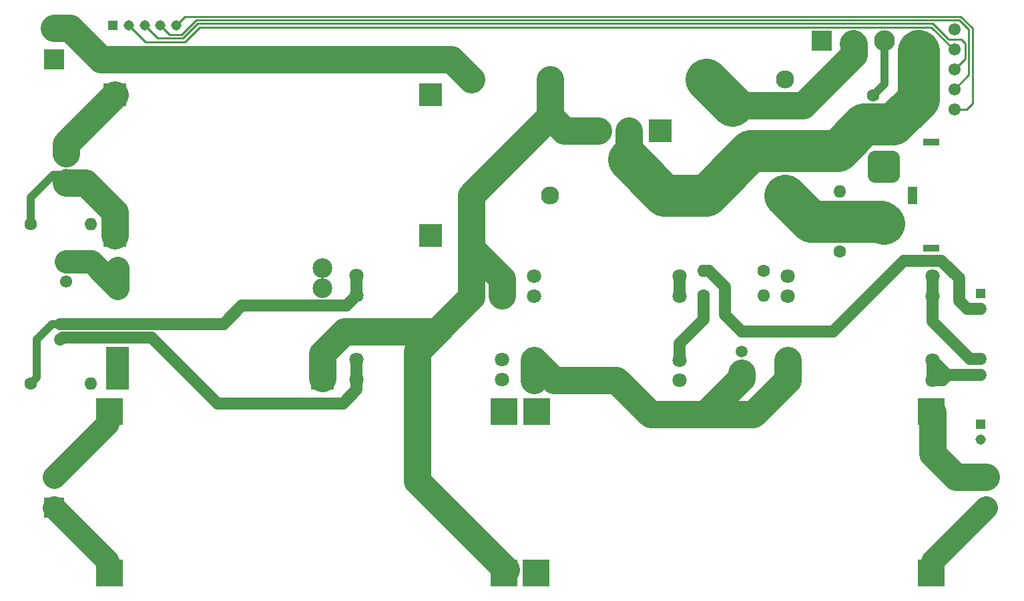
<source format=gbr>
%TF.GenerationSoftware,KiCad,Pcbnew,7.0.11-7.0.11~ubuntu22.04.1*%
%TF.CreationDate,2024-10-25T19:20:44+02:00*%
%TF.ProjectId,PowerBoard-Elec,506f7765-7242-46f6-9172-642d456c6563,rev?*%
%TF.SameCoordinates,Original*%
%TF.FileFunction,Copper,L2,Bot*%
%TF.FilePolarity,Positive*%
%FSLAX46Y46*%
G04 Gerber Fmt 4.6, Leading zero omitted, Abs format (unit mm)*
G04 Created by KiCad (PCBNEW 7.0.11-7.0.11~ubuntu22.04.1) date 2024-10-25 19:20:44*
%MOMM*%
%LPD*%
G01*
G04 APERTURE LIST*
G04 Aperture macros list*
%AMRoundRect*
0 Rectangle with rounded corners*
0 $1 Rounding radius*
0 $2 $3 $4 $5 $6 $7 $8 $9 X,Y pos of 4 corners*
0 Add a 4 corners polygon primitive as box body*
4,1,4,$2,$3,$4,$5,$6,$7,$8,$9,$2,$3,0*
0 Add four circle primitives for the rounded corners*
1,1,$1+$1,$2,$3*
1,1,$1+$1,$4,$5*
1,1,$1+$1,$6,$7*
1,1,$1+$1,$8,$9*
0 Add four rect primitives between the rounded corners*
20,1,$1+$1,$2,$3,$4,$5,0*
20,1,$1+$1,$4,$5,$6,$7,0*
20,1,$1+$1,$6,$7,$8,$9,0*
20,1,$1+$1,$8,$9,$2,$3,0*%
G04 Aperture macros list end*
%TA.AperFunction,ComponentPad*%
%ADD10C,2.300000*%
%TD*%
%TA.AperFunction,ComponentPad*%
%ADD11R,3.000000X3.000000*%
%TD*%
%TA.AperFunction,ComponentPad*%
%ADD12C,3.000000*%
%TD*%
%TA.AperFunction,ComponentPad*%
%ADD13C,1.800000*%
%TD*%
%TA.AperFunction,ComponentPad*%
%ADD14R,1.500000X1.500000*%
%TD*%
%TA.AperFunction,ComponentPad*%
%ADD15C,1.500000*%
%TD*%
%TA.AperFunction,ComponentPad*%
%ADD16R,3.450000X3.480000*%
%TD*%
%TA.AperFunction,ComponentPad*%
%ADD17R,3.430000X3.450000*%
%TD*%
%TA.AperFunction,ComponentPad*%
%ADD18R,3.440000X3.440000*%
%TD*%
%TA.AperFunction,ComponentPad*%
%ADD19R,3.430000X3.410000*%
%TD*%
%TA.AperFunction,ComponentPad*%
%ADD20C,1.600000*%
%TD*%
%TA.AperFunction,ComponentPad*%
%ADD21O,1.600000X1.600000*%
%TD*%
%TA.AperFunction,ComponentPad*%
%ADD22R,1.308000X1.308000*%
%TD*%
%TA.AperFunction,ComponentPad*%
%ADD23C,1.308000*%
%TD*%
%TA.AperFunction,ComponentPad*%
%ADD24C,1.549400*%
%TD*%
%TA.AperFunction,ComponentPad*%
%ADD25R,2.550000X2.550000*%
%TD*%
%TA.AperFunction,ComponentPad*%
%ADD26C,2.550000*%
%TD*%
%TA.AperFunction,ComponentPad*%
%ADD27R,2.640000X2.640000*%
%TD*%
%TA.AperFunction,ComponentPad*%
%ADD28C,2.640000*%
%TD*%
%TA.AperFunction,ComponentPad*%
%ADD29R,2.000000X0.900000*%
%TD*%
%TA.AperFunction,ComponentPad*%
%ADD30RoundRect,1.025000X-1.025000X1.025000X-1.025000X-1.025000X1.025000X-1.025000X1.025000X1.025000X0*%
%TD*%
%TA.AperFunction,ComponentPad*%
%ADD31C,4.100000*%
%TD*%
%TA.AperFunction,ComponentPad*%
%ADD32R,1.300000X2.300000*%
%TD*%
%TA.AperFunction,ComponentPad*%
%ADD33C,2.500000*%
%TD*%
%TA.AperFunction,Conductor*%
%ADD34C,3.500000*%
%TD*%
%TA.AperFunction,Conductor*%
%ADD35C,1.000000*%
%TD*%
%TA.AperFunction,Conductor*%
%ADD36C,5.300000*%
%TD*%
%TA.AperFunction,Conductor*%
%ADD37C,0.250000*%
%TD*%
%TA.AperFunction,Conductor*%
%ADD38C,3.000000*%
%TD*%
%TA.AperFunction,Conductor*%
%ADD39C,1.500000*%
%TD*%
G04 APERTURE END LIST*
D10*
%TO.P,F7,1*%
%TO.N,Net-(U4-IN+)*%
X84382652Y-39850000D03*
%TO.P,F7,2*%
%TO.N,V_BAU*%
X74382652Y-39850000D03*
%TD*%
D11*
%TO.P,J6,1,1*%
%TO.N,GND*%
X98350000Y-31642500D03*
D12*
%TO.P,J6,2,2*%
%TO.N,V_BAT*%
X94390000Y-31642500D03*
%TO.P,J6,3,3*%
%TO.N,V_BAU*%
X90430000Y-31642500D03*
%TD*%
D13*
%TO.P,U14,1,IN+*%
%TO.N,V_BAU*%
X78284652Y-52616465D03*
X78284652Y-50081465D03*
%TO.P,U14,2,IN-*%
%TO.N,GND*%
X78284652Y-63291465D03*
X78284652Y-60751465D03*
%TO.P,U14,3,OUT+*%
%TO.N,Net-(U14-OUT+)*%
X59834652Y-52621465D03*
X59833652Y-50081465D03*
%TO.P,U14,4,OUT-*%
%TO.N,Net-(U14-OUT-)*%
X59834652Y-60751465D03*
X59832652Y-63291465D03*
%TD*%
D14*
%TO.P,PS1,1,IN*%
%TO.N,V_LOGIQUE*%
X108652652Y-62214999D03*
D15*
%TO.P,PS1,2,COM/GND*%
%TO.N,GND*%
X108652652Y-59674999D03*
%TO.P,PS1,3,OUT*%
%TO.N,Net-(PS1-OUT)*%
X108652652Y-57134999D03*
%TD*%
D16*
%TO.P,U3,1,IN+*%
%TO.N,Net-(U3-IN+)*%
X82637718Y-67329797D03*
D17*
%TO.P,U3,2,IN-*%
%TO.N,GND*%
X82617718Y-87824797D03*
D18*
%TO.P,U3,3,OUT+*%
%TO.N,Net-(U3-OUT+)*%
X132712718Y-67319797D03*
D19*
%TO.P,U3,4,OUT-*%
%TO.N,Net-(U3-OUT-)*%
X132707718Y-87814797D03*
%TD*%
D20*
%TO.P,R7,1*%
%TO.N,Net-(J2-Pad3)*%
X125310000Y-27220000D03*
D21*
%TO.P,R7,2*%
%TO.N,V_LOGIQUE*%
X117690000Y-27220000D03*
%TD*%
D10*
%TO.P,F8,1*%
%TO.N,Net-(J1-+)*%
X114140000Y-39850000D03*
%TO.P,F8,2*%
%TO.N,V_BAT*%
X104140000Y-39850000D03*
%TD*%
D20*
%TO.P,R3,1*%
%TO.N,Net-(U1-OUT+)*%
X121132652Y-46970000D03*
D21*
%TO.P,R3,2*%
%TO.N,Net-(Switch3-A)*%
X121132652Y-39350000D03*
%TD*%
D22*
%TO.P,U16,1,1*%
%TO.N,Net-(U1-OUT-)*%
X138965152Y-60645202D03*
D23*
%TO.P,U16,2,2*%
%TO.N,Net-(U1-OUT+)*%
X138965152Y-62645202D03*
%TD*%
D24*
%TO.P,U7,1,1*%
%TO.N,GND*%
X135646920Y-18808000D03*
%TO.P,U7,2,2*%
%TO.N,S1*%
X135646920Y-21348000D03*
%TO.P,U7,3,3*%
%TO.N,S2*%
X135646920Y-23888000D03*
%TO.P,U7,4,4*%
%TO.N,S3*%
X135646920Y-26430000D03*
%TO.P,U7,5,5*%
%TO.N,S4*%
X135646920Y-28968000D03*
%TD*%
D20*
%TO.P,R5,1*%
%TO.N,Net-(U4-OUT+)*%
X18491652Y-43550000D03*
D21*
%TO.P,R5,2*%
%TO.N,Net-(Switch2-A)*%
X26111652Y-43550000D03*
%TD*%
D20*
%TO.P,R1,1*%
%TO.N,Net-(Switch1-A)*%
X111462652Y-49420000D03*
D21*
%TO.P,R1,2*%
%TO.N,Net-(PS1-OUT)*%
X103842652Y-49420000D03*
%TD*%
D20*
%TO.P,R2,1*%
%TO.N,Net-(U9-OUT+)*%
X103842652Y-52580000D03*
D21*
%TO.P,R2,2*%
%TO.N,Net-(Switch7-A)*%
X111462652Y-52580000D03*
%TD*%
D13*
%TO.P,U9,1,IN+*%
%TO.N,V_LOGIQUE*%
X82352652Y-60783805D03*
X82352652Y-63318805D03*
%TO.P,U9,2,IN-*%
%TO.N,GND*%
X82352652Y-50108805D03*
X82352652Y-52648805D03*
%TO.P,U9,3,OUT+*%
%TO.N,Net-(U9-OUT+)*%
X100802652Y-60778805D03*
X100803652Y-63318805D03*
%TO.P,U9,4,OUT-*%
%TO.N,Net-(U9-OUT-)*%
X100802652Y-52648805D03*
X100804652Y-50108805D03*
%TD*%
D10*
%TO.P,F2,1*%
%TO.N,Net-(U3-IN+)*%
X114140000Y-25140000D03*
%TO.P,F2,2*%
%TO.N,V_LOGIQUE*%
X104140000Y-25140000D03*
%TD*%
D25*
%TO.P,U12,1,1*%
%TO.N,Net-(U3-OUT+)*%
X139665152Y-75589898D03*
D26*
%TO.P,U12,2,2*%
%TO.N,Net-(U3-OUT-)*%
X139665152Y-79549898D03*
%TD*%
D25*
%TO.P,U13,1,1*%
%TO.N,Net-(U10-OUT+)*%
X21491152Y-79549898D03*
D26*
%TO.P,U13,2,2*%
%TO.N,Net-(U10-OUT-)*%
X21491152Y-75589898D03*
%TD*%
D27*
%TO.P,J2,1,1*%
%TO.N,GND*%
X118840000Y-20281000D03*
D28*
%TO.P,J2,2,2*%
%TO.N,V_LOGIQUE*%
X122800000Y-20281000D03*
%TO.P,J2,3,3*%
%TO.N,Net-(J2-Pad3)*%
X126760000Y-20281000D03*
%TO.P,J2,4,4*%
%TO.N,V_BAT*%
X130720000Y-20281000D03*
%TD*%
D24*
%TO.P,J5,1,1*%
%TO.N,Net-(U11-OUT+)*%
X22938451Y-50790000D03*
%TO.P,J5,2,2*%
%TO.N,Net-(U11-OUT-)*%
X22938451Y-48290000D03*
%TD*%
D16*
%TO.P,U10,1,IN+*%
%TO.N,V_BAU*%
X78527586Y-87810000D03*
D17*
%TO.P,U10,2,IN-*%
%TO.N,GND*%
X78547586Y-67315000D03*
D18*
%TO.P,U10,3,OUT+*%
%TO.N,Net-(U10-OUT+)*%
X28452586Y-87820000D03*
D19*
%TO.P,U10,4,OUT-*%
%TO.N,Net-(U10-OUT-)*%
X28457586Y-67325000D03*
%TD*%
D22*
%TO.P,U15,1,1*%
%TO.N,GND*%
X138965152Y-52315202D03*
D23*
%TO.P,U15,2,2*%
%TO.N,Net-(PS1-OUT)*%
X138965152Y-54315202D03*
%TD*%
D22*
%TO.P,U17,1,1*%
%TO.N,Net-(U9-OUT-)*%
X138965152Y-68890000D03*
D23*
%TO.P,U17,2,2*%
%TO.N,Net-(U9-OUT+)*%
X138965152Y-70890000D03*
%TD*%
D22*
%TO.P,U18,1,1*%
%TO.N,Net-(U14-OUT-)*%
X22242852Y-58190000D03*
D23*
%TO.P,U18,2,2*%
%TO.N,Net-(U14-OUT+)*%
X22242852Y-56190000D03*
%TD*%
D11*
%TO.P,U4,1,IN+*%
%TO.N,Net-(U4-IN+)*%
X69167506Y-44930000D03*
%TO.P,U4,2,IN-*%
%TO.N,GND*%
X69167601Y-27130000D03*
%TO.P,U4,3,OUT+*%
%TO.N,Net-(U4-OUT+)*%
X29167601Y-44930000D03*
%TO.P,U4,4,OUT-*%
%TO.N,Net-(U4-OUT-)*%
X29167601Y-27130000D03*
%TD*%
D24*
%TO.P,J3,1,1*%
%TO.N,Net-(U4-OUT+)*%
X22938451Y-37300155D03*
%TO.P,J3,2,2*%
%TO.N,Net-(U4-OUT-)*%
X22938451Y-34800155D03*
%TD*%
D29*
%TO.P,J1,*%
%TO.N,*%
X132672652Y-33100000D03*
X132672652Y-46600000D03*
D30*
%TO.P,J1,1,-*%
%TO.N,GND*%
X126672652Y-36250000D03*
D31*
%TO.P,J1,2,+*%
%TO.N,Net-(J1-+)*%
X126672652Y-43450000D03*
D32*
%TO.P,J1,3*%
%TO.N,N/C*%
X130322652Y-39850000D03*
%TD*%
D22*
%TO.P,J4,1,1*%
%TO.N,GND*%
X28932652Y-18281000D03*
D23*
%TO.P,J4,2,2*%
%TO.N,S1*%
X30932652Y-18281000D03*
%TO.P,J4,3,3*%
%TO.N,S2*%
X32932652Y-18281000D03*
%TO.P,J4,4,4*%
%TO.N,S3*%
X34932652Y-18281000D03*
%TO.P,J4,5,5*%
%TO.N,S4*%
X36932652Y-18281000D03*
%TD*%
D20*
%TO.P,R6,1*%
%TO.N,Net-(U14-OUT+)*%
X18491652Y-63730000D03*
D21*
%TO.P,R6,2*%
%TO.N,Net-(Switch5-A)*%
X26111652Y-63730000D03*
%TD*%
D11*
%TO.P,U11,1,IN+*%
%TO.N,V_BAU*%
X55522652Y-63100000D03*
X55522652Y-60560000D03*
D33*
%TO.P,U11,2,IN-*%
%TO.N,GND*%
X55522652Y-51640000D03*
X55522652Y-49100000D03*
D11*
%TO.P,U11,3,OUT+*%
%TO.N,Net-(U11-OUT+)*%
X29522652Y-63100000D03*
X29522652Y-60560000D03*
D33*
%TO.P,U11,4,OUT-*%
%TO.N,Net-(U11-OUT-)*%
X29522652Y-51640000D03*
X29522652Y-49100000D03*
%TD*%
D25*
%TO.P,U8,1,1*%
%TO.N,GND*%
X21491152Y-22599500D03*
D26*
%TO.P,U8,2,2*%
%TO.N,Net-(F1-Pad2)*%
X21491152Y-18639500D03*
%TD*%
D10*
%TO.P,F1,1*%
%TO.N,V_BAU*%
X84382652Y-25140000D03*
%TO.P,F1,2*%
%TO.N,Net-(F1-Pad2)*%
X74382652Y-25140000D03*
%TD*%
D13*
%TO.P,U1,1,IN+*%
%TO.N,V_LOGIQUE*%
X114462652Y-60783805D03*
X114462652Y-63318805D03*
%TO.P,U1,2,IN-*%
%TO.N,GND*%
X114462652Y-50108805D03*
X114462652Y-52648805D03*
%TO.P,U1,3,OUT+*%
%TO.N,Net-(U1-OUT+)*%
X132912652Y-60778805D03*
X132913652Y-63318805D03*
%TO.P,U1,4,OUT-*%
%TO.N,Net-(U1-OUT-)*%
X132912652Y-52648805D03*
X132914652Y-50108805D03*
%TD*%
D34*
%TO.N,V_BAU*%
X74382652Y-46580000D02*
X78284652Y-50482000D01*
X78284652Y-50482000D02*
X78284652Y-52616465D01*
D35*
%TO.N,Net-(U4-OUT+)*%
X22938451Y-37300155D02*
X21359845Y-37300155D01*
X21359845Y-37300155D02*
X18491652Y-40168348D01*
X18491652Y-40168348D02*
X18491652Y-43550000D01*
D34*
%TO.N,V_BAU*%
X55522652Y-59960000D02*
X55522652Y-63100000D01*
X70592652Y-56590000D02*
X70012652Y-57170000D01*
X84382652Y-29850000D02*
X86175152Y-31642500D01*
X84382652Y-25140000D02*
X84382652Y-29850000D01*
X84382652Y-29850000D02*
X74382652Y-39850000D01*
X67482652Y-76150066D02*
X78752586Y-87420000D01*
X70592652Y-56590000D02*
X67482652Y-59700000D01*
X74382652Y-39850000D02*
X74382652Y-52040000D01*
X70012652Y-57170000D02*
X58312652Y-57170000D01*
X86175152Y-31642500D02*
X90430000Y-31642500D01*
X74382652Y-52040000D02*
X74382652Y-52800000D01*
X74382652Y-52800000D02*
X70592652Y-56590000D01*
X58312652Y-57170000D02*
X55522652Y-59960000D01*
X67482652Y-59700000D02*
X67482652Y-76150066D01*
%TO.N,Net-(F1-Pad2)*%
X74382652Y-25140000D02*
X71842152Y-22599500D01*
X23462152Y-18639500D02*
X21491152Y-18639500D01*
X71842152Y-22599500D02*
X27422152Y-22599500D01*
X27422152Y-22599500D02*
X23462152Y-18639500D01*
D36*
%TO.N,Net-(J1-+)*%
X126672652Y-43450000D02*
X126382652Y-43160000D01*
X117450000Y-43160000D02*
X114140000Y-39850000D01*
X126382652Y-43160000D02*
X117450000Y-43160000D01*
%TO.N,V_BAT*%
X94390000Y-35360000D02*
X98880000Y-39850000D01*
X98880000Y-39850000D02*
X104140000Y-39850000D01*
X109790000Y-34200000D02*
X120850000Y-34200000D01*
X124180000Y-30870000D02*
X127891880Y-30870000D01*
X104140000Y-39850000D02*
X109790000Y-34200000D01*
D34*
X94390000Y-35360000D02*
X94390000Y-31642500D01*
D36*
X127891880Y-30870000D02*
X131090000Y-27671880D01*
X120850000Y-34200000D02*
X124180000Y-30870000D01*
X131090000Y-27671880D02*
X131090000Y-21495000D01*
%TO.N,V_LOGIQUE*%
X104140000Y-25140000D02*
X107480000Y-28480000D01*
D34*
X104030000Y-67700000D02*
X108652652Y-63077348D01*
X82352652Y-60783805D02*
X82352652Y-63318805D01*
X122850000Y-22060000D02*
X122850000Y-20645000D01*
X117690000Y-27220000D02*
X122850000Y-22060000D01*
X110081457Y-67700000D02*
X114462652Y-63318805D01*
X102830000Y-67700000D02*
X110081457Y-67700000D01*
X117690000Y-27220000D02*
X116430000Y-28480000D01*
X97150000Y-67700000D02*
X102830000Y-67700000D01*
X122850000Y-20645000D02*
X122800000Y-20595000D01*
X114462652Y-60783805D02*
X114462652Y-63318805D01*
X84887652Y-63318805D02*
X92768805Y-63318805D01*
X116430000Y-28480000D02*
X107480000Y-28480000D01*
X92768805Y-63318805D02*
X97150000Y-67700000D01*
X82352652Y-60783805D02*
X84887652Y-63318805D01*
X108652652Y-63077348D02*
X108652652Y-62374999D01*
D37*
%TO.N,S1*%
X38015444Y-20390000D02*
X39885444Y-18520000D01*
X132726256Y-18520000D02*
X135554256Y-21348000D01*
X39885444Y-18520000D02*
X132726256Y-18520000D01*
X135554256Y-21348000D02*
X135646920Y-21348000D01*
X33041652Y-20390000D02*
X38015444Y-20390000D01*
X30932652Y-18281000D02*
X33041652Y-20390000D01*
%TO.N,S2*%
X137032652Y-22502268D02*
X135646920Y-23888000D01*
X134892652Y-20050000D02*
X136522652Y-20050000D01*
X137032652Y-20560000D02*
X137032652Y-22502268D01*
X32932652Y-18281000D02*
X34591652Y-19940000D01*
X37829048Y-19940000D02*
X39699048Y-18070000D01*
X39699048Y-18070000D02*
X132912652Y-18070000D01*
X136522652Y-20050000D02*
X137032652Y-20560000D01*
X34591652Y-19940000D02*
X37829048Y-19940000D01*
X132912652Y-18070000D02*
X134892652Y-20050000D01*
X135270652Y-23888000D02*
X135646920Y-23888000D01*
%TO.N,S3*%
X39512652Y-17620000D02*
X37642652Y-19490000D01*
X137482652Y-18826396D02*
X136276256Y-17620000D01*
X37642652Y-19490000D02*
X36141652Y-19490000D01*
X137482652Y-24594268D02*
X137482652Y-18826396D01*
X135646920Y-26430000D02*
X137482652Y-24594268D01*
X36141652Y-19490000D02*
X34932652Y-18281000D01*
X136276256Y-17620000D02*
X39512652Y-17620000D01*
%TO.N,S4*%
X36932652Y-18281000D02*
X38043652Y-17170000D01*
X137932652Y-28230000D02*
X137194652Y-28968000D01*
X136462652Y-17170000D02*
X137932652Y-18640000D01*
X137194652Y-28968000D02*
X135646920Y-28968000D01*
X38043652Y-17170000D02*
X136462652Y-17170000D01*
X137932652Y-18640000D02*
X137932652Y-28230000D01*
D34*
%TO.N,Net-(U4-OUT+)*%
X25468107Y-38275455D02*
X22938451Y-38275455D01*
X29167601Y-44930000D02*
X29167601Y-41974949D01*
X29167601Y-41974949D02*
X25468107Y-38275455D01*
%TO.N,Net-(U4-OUT-)*%
X22938451Y-33359150D02*
X22938451Y-34575455D01*
D35*
X22938451Y-34800155D02*
X21812497Y-34800155D01*
D34*
X29167601Y-27130000D02*
X22938451Y-33359150D01*
D38*
%TO.N,Net-(U11-OUT-)*%
X22938451Y-48290000D02*
X26172652Y-48290000D01*
X29522652Y-49100000D02*
X29522652Y-51640000D01*
X26172652Y-48290000D02*
X29522652Y-51640000D01*
D39*
%TO.N,Net-(PS1-OUT)*%
X108652652Y-57134999D02*
X120297653Y-57134999D01*
X136222652Y-50401500D02*
X136222652Y-53230000D01*
X137307854Y-54315202D02*
X138965152Y-54315202D01*
X106562652Y-51480000D02*
X104502652Y-49420000D01*
X108652652Y-57134999D02*
X106562652Y-55044999D01*
X134001152Y-48180000D02*
X136222652Y-50401500D01*
X129252652Y-48180000D02*
X134001152Y-48180000D01*
X104502652Y-49420000D02*
X103842652Y-49420000D01*
X106562652Y-55044999D02*
X106562652Y-51480000D01*
X136222652Y-53230000D02*
X137307854Y-54315202D01*
X120297653Y-57134999D02*
X129252652Y-48180000D01*
%TO.N,Net-(U9-OUT+)*%
X100802652Y-60778805D02*
X100802652Y-58690000D01*
X103842652Y-55650000D02*
X103842652Y-52580000D01*
X100802652Y-58690000D02*
X103842652Y-55650000D01*
%TO.N,Net-(U1-OUT+)*%
X134105446Y-63318805D02*
X134779049Y-62645202D01*
X132913652Y-60779805D02*
X132912652Y-60778805D01*
X132912652Y-60778805D02*
X134779049Y-62645202D01*
X132913652Y-63318805D02*
X132913652Y-60779805D01*
X132913652Y-63318805D02*
X134105446Y-63318805D01*
X134779049Y-62645202D02*
X138965152Y-62645202D01*
D35*
%TO.N,Net-(U14-OUT+)*%
X22242852Y-56190000D02*
X21222652Y-56190000D01*
D39*
X42932652Y-56190000D02*
X45232652Y-53890000D01*
X45232652Y-53890000D02*
X58566117Y-53890000D01*
X22242852Y-56190000D02*
X42932652Y-56190000D01*
D35*
X19212652Y-58200000D02*
X19212652Y-63009000D01*
D39*
X58566117Y-53890000D02*
X59834652Y-52621465D01*
X59833652Y-52620465D02*
X59834652Y-52621465D01*
D35*
X19212652Y-63009000D02*
X18491652Y-63730000D01*
X21222652Y-56190000D02*
X19212652Y-58200000D01*
D39*
X59833652Y-50081465D02*
X59833652Y-52620465D01*
%TO.N,Net-(U1-OUT-)*%
X132912652Y-52648805D02*
X132912652Y-55920000D01*
X132914652Y-52646805D02*
X132912652Y-52648805D01*
X132914652Y-50108805D02*
X132914652Y-52646805D01*
X137637854Y-60645202D02*
X138965152Y-60645202D01*
X132912652Y-55920000D02*
X137637854Y-60645202D01*
D34*
%TO.N,Net-(U3-OUT+)*%
X132912652Y-67419797D02*
X132912652Y-72652652D01*
X135849898Y-75589898D02*
X139665152Y-75589898D01*
X132912652Y-72652652D02*
X135849898Y-75589898D01*
D38*
%TO.N,Net-(U3-OUT-)*%
X132912652Y-86302398D02*
X139665152Y-79549898D01*
X132912652Y-87419797D02*
X132912652Y-86302398D01*
D39*
%TO.N,Net-(U9-OUT-)*%
X100804652Y-50108805D02*
X100804652Y-52646805D01*
X100804652Y-52646805D02*
X100802652Y-52648805D01*
D38*
%TO.N,Net-(U10-OUT+)*%
X28252652Y-86311398D02*
X28252652Y-87670000D01*
X21491152Y-79549898D02*
X28252652Y-86311398D01*
%TO.N,Net-(U10-OUT-)*%
X28252652Y-68828398D02*
X21491152Y-75589898D01*
X28252652Y-67720000D02*
X28252652Y-68828398D01*
D39*
%TO.N,Net-(U14-OUT-)*%
X59832652Y-64540000D02*
X58082652Y-66290000D01*
X59834652Y-60751465D02*
X59834652Y-63289465D01*
X42222652Y-66290000D02*
X33822652Y-57890000D01*
X22542852Y-57890000D02*
X22242852Y-58190000D01*
X58082652Y-66290000D02*
X42222652Y-66290000D01*
X59832652Y-63291465D02*
X59832652Y-64540000D01*
X59834652Y-63289465D02*
X59832652Y-63291465D01*
X33822652Y-57890000D02*
X22542852Y-57890000D01*
D35*
%TO.N,Net-(J2-Pad3)*%
X126760000Y-25770000D02*
X126760000Y-20281000D01*
X125310000Y-27220000D02*
X126760000Y-25770000D01*
%TD*%
M02*

</source>
